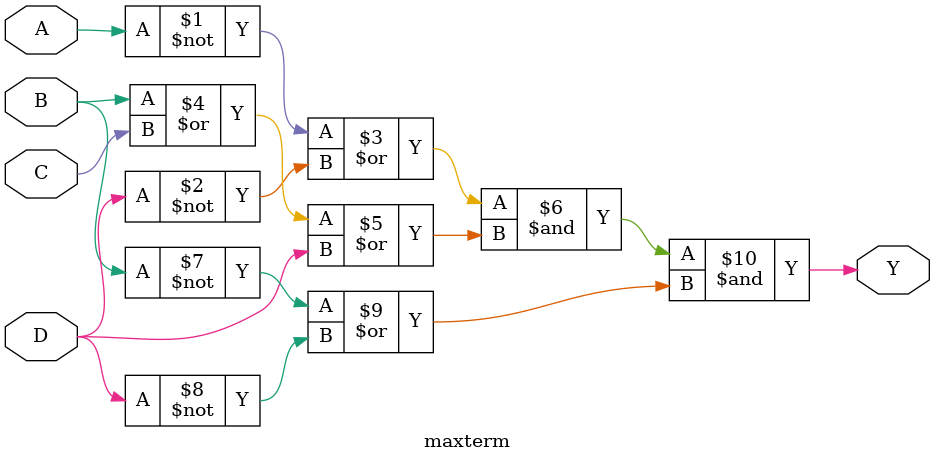
<source format=v>
module maxterm (
    input A, B, C, D,
    output Y
);

assign Y = (~A | ~D)   &
           (B | C | D) &
           (~B | ~D) ;// Enter your equation here

endmodule

</source>
